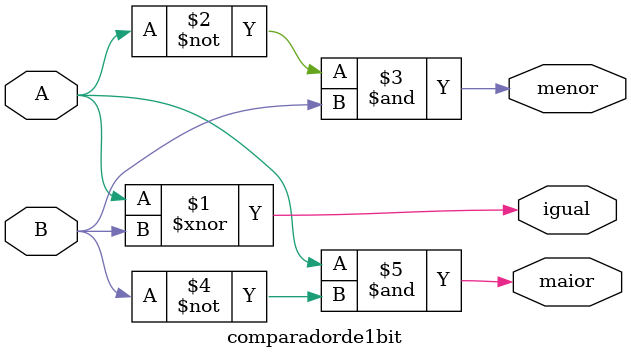
<source format=v>

module comparadorde1bit(A,B,igual, maior, menor);
	input A, B;
	output igual, maior, menor;

	assign igual = A~^B;
	assign menor = ~A & B;
	assign maior = A & ~B;



endmodule

</source>
